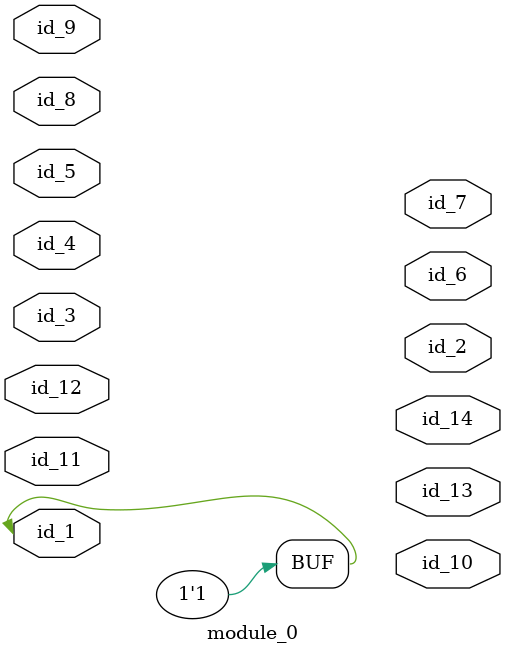
<source format=v>
`timescale 1ps / 1 ps
module module_0 (
    id_1,
    id_2,
    id_3,
    id_4,
    id_5,
    id_6,
    id_7,
    id_8,
    id_9,
    id_10,
    id_11,
    id_12,
    id_13,
    id_14
);
  output id_14;
  output id_13;
  input id_12;
  input id_11;
  output id_10;
  input id_9;
  input id_8;
  output id_7;
  output id_6;
  input id_5;
  input id_4;
  input id_3;
  output id_2;
  inout id_1;
  assign id_1 = 1;
endmodule

</source>
